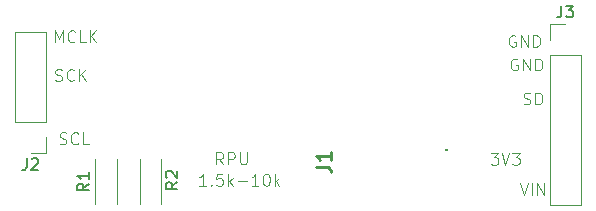
<source format=gbr>
%TF.GenerationSoftware,KiCad,Pcbnew,8.0.4*%
%TF.CreationDate,2024-09-07T22:41:43+02:00*%
%TF.ProjectId,PCB,5043422e-6b69-4636-9164-5f7063625858,rev?*%
%TF.SameCoordinates,Original*%
%TF.FileFunction,Legend,Top*%
%TF.FilePolarity,Positive*%
%FSLAX46Y46*%
G04 Gerber Fmt 4.6, Leading zero omitted, Abs format (unit mm)*
G04 Created by KiCad (PCBNEW 8.0.4) date 2024-09-07 22:41:43*
%MOMM*%
%LPD*%
G01*
G04 APERTURE LIST*
%ADD10C,0.100000*%
%ADD11C,0.150000*%
%ADD12C,0.254000*%
%ADD13C,0.120000*%
%ADD14C,0.200000*%
G04 APERTURE END LIST*
D10*
X160307693Y-90972419D02*
X159736265Y-90972419D01*
X160021979Y-90972419D02*
X160021979Y-89972419D01*
X160021979Y-89972419D02*
X159926741Y-90115276D01*
X159926741Y-90115276D02*
X159831503Y-90210514D01*
X159831503Y-90210514D02*
X159736265Y-90258133D01*
X160736265Y-90877180D02*
X160783884Y-90924800D01*
X160783884Y-90924800D02*
X160736265Y-90972419D01*
X160736265Y-90972419D02*
X160688646Y-90924800D01*
X160688646Y-90924800D02*
X160736265Y-90877180D01*
X160736265Y-90877180D02*
X160736265Y-90972419D01*
X161688645Y-89972419D02*
X161212455Y-89972419D01*
X161212455Y-89972419D02*
X161164836Y-90448609D01*
X161164836Y-90448609D02*
X161212455Y-90400990D01*
X161212455Y-90400990D02*
X161307693Y-90353371D01*
X161307693Y-90353371D02*
X161545788Y-90353371D01*
X161545788Y-90353371D02*
X161641026Y-90400990D01*
X161641026Y-90400990D02*
X161688645Y-90448609D01*
X161688645Y-90448609D02*
X161736264Y-90543847D01*
X161736264Y-90543847D02*
X161736264Y-90781942D01*
X161736264Y-90781942D02*
X161688645Y-90877180D01*
X161688645Y-90877180D02*
X161641026Y-90924800D01*
X161641026Y-90924800D02*
X161545788Y-90972419D01*
X161545788Y-90972419D02*
X161307693Y-90972419D01*
X161307693Y-90972419D02*
X161212455Y-90924800D01*
X161212455Y-90924800D02*
X161164836Y-90877180D01*
X162164836Y-90972419D02*
X162164836Y-89972419D01*
X162260074Y-90591466D02*
X162545788Y-90972419D01*
X162545788Y-90305752D02*
X162164836Y-90686704D01*
X162974360Y-90591466D02*
X163736265Y-90591466D01*
X164736264Y-90972419D02*
X164164836Y-90972419D01*
X164450550Y-90972419D02*
X164450550Y-89972419D01*
X164450550Y-89972419D02*
X164355312Y-90115276D01*
X164355312Y-90115276D02*
X164260074Y-90210514D01*
X164260074Y-90210514D02*
X164164836Y-90258133D01*
X165355312Y-89972419D02*
X165450550Y-89972419D01*
X165450550Y-89972419D02*
X165545788Y-90020038D01*
X165545788Y-90020038D02*
X165593407Y-90067657D01*
X165593407Y-90067657D02*
X165641026Y-90162895D01*
X165641026Y-90162895D02*
X165688645Y-90353371D01*
X165688645Y-90353371D02*
X165688645Y-90591466D01*
X165688645Y-90591466D02*
X165641026Y-90781942D01*
X165641026Y-90781942D02*
X165593407Y-90877180D01*
X165593407Y-90877180D02*
X165545788Y-90924800D01*
X165545788Y-90924800D02*
X165450550Y-90972419D01*
X165450550Y-90972419D02*
X165355312Y-90972419D01*
X165355312Y-90972419D02*
X165260074Y-90924800D01*
X165260074Y-90924800D02*
X165212455Y-90877180D01*
X165212455Y-90877180D02*
X165164836Y-90781942D01*
X165164836Y-90781942D02*
X165117217Y-90591466D01*
X165117217Y-90591466D02*
X165117217Y-90353371D01*
X165117217Y-90353371D02*
X165164836Y-90162895D01*
X165164836Y-90162895D02*
X165212455Y-90067657D01*
X165212455Y-90067657D02*
X165260074Y-90020038D01*
X165260074Y-90020038D02*
X165355312Y-89972419D01*
X166117217Y-90972419D02*
X166117217Y-89972419D01*
X166212455Y-90591466D02*
X166498169Y-90972419D01*
X166498169Y-90305752D02*
X166117217Y-90686704D01*
X161745312Y-89162419D02*
X161411979Y-88686228D01*
X161173884Y-89162419D02*
X161173884Y-88162419D01*
X161173884Y-88162419D02*
X161554836Y-88162419D01*
X161554836Y-88162419D02*
X161650074Y-88210038D01*
X161650074Y-88210038D02*
X161697693Y-88257657D01*
X161697693Y-88257657D02*
X161745312Y-88352895D01*
X161745312Y-88352895D02*
X161745312Y-88495752D01*
X161745312Y-88495752D02*
X161697693Y-88590990D01*
X161697693Y-88590990D02*
X161650074Y-88638609D01*
X161650074Y-88638609D02*
X161554836Y-88686228D01*
X161554836Y-88686228D02*
X161173884Y-88686228D01*
X162173884Y-89162419D02*
X162173884Y-88162419D01*
X162173884Y-88162419D02*
X162554836Y-88162419D01*
X162554836Y-88162419D02*
X162650074Y-88210038D01*
X162650074Y-88210038D02*
X162697693Y-88257657D01*
X162697693Y-88257657D02*
X162745312Y-88352895D01*
X162745312Y-88352895D02*
X162745312Y-88495752D01*
X162745312Y-88495752D02*
X162697693Y-88590990D01*
X162697693Y-88590990D02*
X162650074Y-88638609D01*
X162650074Y-88638609D02*
X162554836Y-88686228D01*
X162554836Y-88686228D02*
X162173884Y-88686228D01*
X163173884Y-88162419D02*
X163173884Y-88971942D01*
X163173884Y-88971942D02*
X163221503Y-89067180D01*
X163221503Y-89067180D02*
X163269122Y-89114800D01*
X163269122Y-89114800D02*
X163364360Y-89162419D01*
X163364360Y-89162419D02*
X163554836Y-89162419D01*
X163554836Y-89162419D02*
X163650074Y-89114800D01*
X163650074Y-89114800D02*
X163697693Y-89067180D01*
X163697693Y-89067180D02*
X163745312Y-88971942D01*
X163745312Y-88971942D02*
X163745312Y-88162419D01*
X147896265Y-87414800D02*
X148039122Y-87462419D01*
X148039122Y-87462419D02*
X148277217Y-87462419D01*
X148277217Y-87462419D02*
X148372455Y-87414800D01*
X148372455Y-87414800D02*
X148420074Y-87367180D01*
X148420074Y-87367180D02*
X148467693Y-87271942D01*
X148467693Y-87271942D02*
X148467693Y-87176704D01*
X148467693Y-87176704D02*
X148420074Y-87081466D01*
X148420074Y-87081466D02*
X148372455Y-87033847D01*
X148372455Y-87033847D02*
X148277217Y-86986228D01*
X148277217Y-86986228D02*
X148086741Y-86938609D01*
X148086741Y-86938609D02*
X147991503Y-86890990D01*
X147991503Y-86890990D02*
X147943884Y-86843371D01*
X147943884Y-86843371D02*
X147896265Y-86748133D01*
X147896265Y-86748133D02*
X147896265Y-86652895D01*
X147896265Y-86652895D02*
X147943884Y-86557657D01*
X147943884Y-86557657D02*
X147991503Y-86510038D01*
X147991503Y-86510038D02*
X148086741Y-86462419D01*
X148086741Y-86462419D02*
X148324836Y-86462419D01*
X148324836Y-86462419D02*
X148467693Y-86510038D01*
X149467693Y-87367180D02*
X149420074Y-87414800D01*
X149420074Y-87414800D02*
X149277217Y-87462419D01*
X149277217Y-87462419D02*
X149181979Y-87462419D01*
X149181979Y-87462419D02*
X149039122Y-87414800D01*
X149039122Y-87414800D02*
X148943884Y-87319561D01*
X148943884Y-87319561D02*
X148896265Y-87224323D01*
X148896265Y-87224323D02*
X148848646Y-87033847D01*
X148848646Y-87033847D02*
X148848646Y-86890990D01*
X148848646Y-86890990D02*
X148896265Y-86700514D01*
X148896265Y-86700514D02*
X148943884Y-86605276D01*
X148943884Y-86605276D02*
X149039122Y-86510038D01*
X149039122Y-86510038D02*
X149181979Y-86462419D01*
X149181979Y-86462419D02*
X149277217Y-86462419D01*
X149277217Y-86462419D02*
X149420074Y-86510038D01*
X149420074Y-86510038D02*
X149467693Y-86557657D01*
X150372455Y-87462419D02*
X149896265Y-87462419D01*
X149896265Y-87462419D02*
X149896265Y-86462419D01*
X147493884Y-78832419D02*
X147493884Y-77832419D01*
X147493884Y-77832419D02*
X147827217Y-78546704D01*
X147827217Y-78546704D02*
X148160550Y-77832419D01*
X148160550Y-77832419D02*
X148160550Y-78832419D01*
X149208169Y-78737180D02*
X149160550Y-78784800D01*
X149160550Y-78784800D02*
X149017693Y-78832419D01*
X149017693Y-78832419D02*
X148922455Y-78832419D01*
X148922455Y-78832419D02*
X148779598Y-78784800D01*
X148779598Y-78784800D02*
X148684360Y-78689561D01*
X148684360Y-78689561D02*
X148636741Y-78594323D01*
X148636741Y-78594323D02*
X148589122Y-78403847D01*
X148589122Y-78403847D02*
X148589122Y-78260990D01*
X148589122Y-78260990D02*
X148636741Y-78070514D01*
X148636741Y-78070514D02*
X148684360Y-77975276D01*
X148684360Y-77975276D02*
X148779598Y-77880038D01*
X148779598Y-77880038D02*
X148922455Y-77832419D01*
X148922455Y-77832419D02*
X149017693Y-77832419D01*
X149017693Y-77832419D02*
X149160550Y-77880038D01*
X149160550Y-77880038D02*
X149208169Y-77927657D01*
X150112931Y-78832419D02*
X149636741Y-78832419D01*
X149636741Y-78832419D02*
X149636741Y-77832419D01*
X150446265Y-78832419D02*
X150446265Y-77832419D01*
X151017693Y-78832419D02*
X150589122Y-78260990D01*
X151017693Y-77832419D02*
X150446265Y-78403847D01*
X147546265Y-82064800D02*
X147689122Y-82112419D01*
X147689122Y-82112419D02*
X147927217Y-82112419D01*
X147927217Y-82112419D02*
X148022455Y-82064800D01*
X148022455Y-82064800D02*
X148070074Y-82017180D01*
X148070074Y-82017180D02*
X148117693Y-81921942D01*
X148117693Y-81921942D02*
X148117693Y-81826704D01*
X148117693Y-81826704D02*
X148070074Y-81731466D01*
X148070074Y-81731466D02*
X148022455Y-81683847D01*
X148022455Y-81683847D02*
X147927217Y-81636228D01*
X147927217Y-81636228D02*
X147736741Y-81588609D01*
X147736741Y-81588609D02*
X147641503Y-81540990D01*
X147641503Y-81540990D02*
X147593884Y-81493371D01*
X147593884Y-81493371D02*
X147546265Y-81398133D01*
X147546265Y-81398133D02*
X147546265Y-81302895D01*
X147546265Y-81302895D02*
X147593884Y-81207657D01*
X147593884Y-81207657D02*
X147641503Y-81160038D01*
X147641503Y-81160038D02*
X147736741Y-81112419D01*
X147736741Y-81112419D02*
X147974836Y-81112419D01*
X147974836Y-81112419D02*
X148117693Y-81160038D01*
X149117693Y-82017180D02*
X149070074Y-82064800D01*
X149070074Y-82064800D02*
X148927217Y-82112419D01*
X148927217Y-82112419D02*
X148831979Y-82112419D01*
X148831979Y-82112419D02*
X148689122Y-82064800D01*
X148689122Y-82064800D02*
X148593884Y-81969561D01*
X148593884Y-81969561D02*
X148546265Y-81874323D01*
X148546265Y-81874323D02*
X148498646Y-81683847D01*
X148498646Y-81683847D02*
X148498646Y-81540990D01*
X148498646Y-81540990D02*
X148546265Y-81350514D01*
X148546265Y-81350514D02*
X148593884Y-81255276D01*
X148593884Y-81255276D02*
X148689122Y-81160038D01*
X148689122Y-81160038D02*
X148831979Y-81112419D01*
X148831979Y-81112419D02*
X148927217Y-81112419D01*
X148927217Y-81112419D02*
X149070074Y-81160038D01*
X149070074Y-81160038D02*
X149117693Y-81207657D01*
X149546265Y-82112419D02*
X149546265Y-81112419D01*
X150117693Y-82112419D02*
X149689122Y-81540990D01*
X150117693Y-81112419D02*
X149546265Y-81683847D01*
X186881027Y-90762419D02*
X187214360Y-91762419D01*
X187214360Y-91762419D02*
X187547693Y-90762419D01*
X187881027Y-91762419D02*
X187881027Y-90762419D01*
X188357217Y-91762419D02*
X188357217Y-90762419D01*
X188357217Y-90762419D02*
X188928645Y-91762419D01*
X188928645Y-91762419D02*
X188928645Y-90762419D01*
X184418646Y-88192419D02*
X185037693Y-88192419D01*
X185037693Y-88192419D02*
X184704360Y-88573371D01*
X184704360Y-88573371D02*
X184847217Y-88573371D01*
X184847217Y-88573371D02*
X184942455Y-88620990D01*
X184942455Y-88620990D02*
X184990074Y-88668609D01*
X184990074Y-88668609D02*
X185037693Y-88763847D01*
X185037693Y-88763847D02*
X185037693Y-89001942D01*
X185037693Y-89001942D02*
X184990074Y-89097180D01*
X184990074Y-89097180D02*
X184942455Y-89144800D01*
X184942455Y-89144800D02*
X184847217Y-89192419D01*
X184847217Y-89192419D02*
X184561503Y-89192419D01*
X184561503Y-89192419D02*
X184466265Y-89144800D01*
X184466265Y-89144800D02*
X184418646Y-89097180D01*
X185323408Y-88192419D02*
X185656741Y-89192419D01*
X185656741Y-89192419D02*
X185990074Y-88192419D01*
X186228170Y-88192419D02*
X186847217Y-88192419D01*
X186847217Y-88192419D02*
X186513884Y-88573371D01*
X186513884Y-88573371D02*
X186656741Y-88573371D01*
X186656741Y-88573371D02*
X186751979Y-88620990D01*
X186751979Y-88620990D02*
X186799598Y-88668609D01*
X186799598Y-88668609D02*
X186847217Y-88763847D01*
X186847217Y-88763847D02*
X186847217Y-89001942D01*
X186847217Y-89001942D02*
X186799598Y-89097180D01*
X186799598Y-89097180D02*
X186751979Y-89144800D01*
X186751979Y-89144800D02*
X186656741Y-89192419D01*
X186656741Y-89192419D02*
X186371027Y-89192419D01*
X186371027Y-89192419D02*
X186275789Y-89144800D01*
X186275789Y-89144800D02*
X186228170Y-89097180D01*
X187186265Y-84044800D02*
X187329122Y-84092419D01*
X187329122Y-84092419D02*
X187567217Y-84092419D01*
X187567217Y-84092419D02*
X187662455Y-84044800D01*
X187662455Y-84044800D02*
X187710074Y-83997180D01*
X187710074Y-83997180D02*
X187757693Y-83901942D01*
X187757693Y-83901942D02*
X187757693Y-83806704D01*
X187757693Y-83806704D02*
X187710074Y-83711466D01*
X187710074Y-83711466D02*
X187662455Y-83663847D01*
X187662455Y-83663847D02*
X187567217Y-83616228D01*
X187567217Y-83616228D02*
X187376741Y-83568609D01*
X187376741Y-83568609D02*
X187281503Y-83520990D01*
X187281503Y-83520990D02*
X187233884Y-83473371D01*
X187233884Y-83473371D02*
X187186265Y-83378133D01*
X187186265Y-83378133D02*
X187186265Y-83282895D01*
X187186265Y-83282895D02*
X187233884Y-83187657D01*
X187233884Y-83187657D02*
X187281503Y-83140038D01*
X187281503Y-83140038D02*
X187376741Y-83092419D01*
X187376741Y-83092419D02*
X187614836Y-83092419D01*
X187614836Y-83092419D02*
X187757693Y-83140038D01*
X188186265Y-84092419D02*
X188186265Y-83092419D01*
X188186265Y-83092419D02*
X188424360Y-83092419D01*
X188424360Y-83092419D02*
X188567217Y-83140038D01*
X188567217Y-83140038D02*
X188662455Y-83235276D01*
X188662455Y-83235276D02*
X188710074Y-83330514D01*
X188710074Y-83330514D02*
X188757693Y-83520990D01*
X188757693Y-83520990D02*
X188757693Y-83663847D01*
X188757693Y-83663847D02*
X188710074Y-83854323D01*
X188710074Y-83854323D02*
X188662455Y-83949561D01*
X188662455Y-83949561D02*
X188567217Y-84044800D01*
X188567217Y-84044800D02*
X188424360Y-84092419D01*
X188424360Y-84092419D02*
X188186265Y-84092419D01*
X186667693Y-80260038D02*
X186572455Y-80212419D01*
X186572455Y-80212419D02*
X186429598Y-80212419D01*
X186429598Y-80212419D02*
X186286741Y-80260038D01*
X186286741Y-80260038D02*
X186191503Y-80355276D01*
X186191503Y-80355276D02*
X186143884Y-80450514D01*
X186143884Y-80450514D02*
X186096265Y-80640990D01*
X186096265Y-80640990D02*
X186096265Y-80783847D01*
X186096265Y-80783847D02*
X186143884Y-80974323D01*
X186143884Y-80974323D02*
X186191503Y-81069561D01*
X186191503Y-81069561D02*
X186286741Y-81164800D01*
X186286741Y-81164800D02*
X186429598Y-81212419D01*
X186429598Y-81212419D02*
X186524836Y-81212419D01*
X186524836Y-81212419D02*
X186667693Y-81164800D01*
X186667693Y-81164800D02*
X186715312Y-81117180D01*
X186715312Y-81117180D02*
X186715312Y-80783847D01*
X186715312Y-80783847D02*
X186524836Y-80783847D01*
X187143884Y-81212419D02*
X187143884Y-80212419D01*
X187143884Y-80212419D02*
X187715312Y-81212419D01*
X187715312Y-81212419D02*
X187715312Y-80212419D01*
X188191503Y-81212419D02*
X188191503Y-80212419D01*
X188191503Y-80212419D02*
X188429598Y-80212419D01*
X188429598Y-80212419D02*
X188572455Y-80260038D01*
X188572455Y-80260038D02*
X188667693Y-80355276D01*
X188667693Y-80355276D02*
X188715312Y-80450514D01*
X188715312Y-80450514D02*
X188762931Y-80640990D01*
X188762931Y-80640990D02*
X188762931Y-80783847D01*
X188762931Y-80783847D02*
X188715312Y-80974323D01*
X188715312Y-80974323D02*
X188667693Y-81069561D01*
X188667693Y-81069561D02*
X188572455Y-81164800D01*
X188572455Y-81164800D02*
X188429598Y-81212419D01*
X188429598Y-81212419D02*
X188191503Y-81212419D01*
X186497693Y-78270038D02*
X186402455Y-78222419D01*
X186402455Y-78222419D02*
X186259598Y-78222419D01*
X186259598Y-78222419D02*
X186116741Y-78270038D01*
X186116741Y-78270038D02*
X186021503Y-78365276D01*
X186021503Y-78365276D02*
X185973884Y-78460514D01*
X185973884Y-78460514D02*
X185926265Y-78650990D01*
X185926265Y-78650990D02*
X185926265Y-78793847D01*
X185926265Y-78793847D02*
X185973884Y-78984323D01*
X185973884Y-78984323D02*
X186021503Y-79079561D01*
X186021503Y-79079561D02*
X186116741Y-79174800D01*
X186116741Y-79174800D02*
X186259598Y-79222419D01*
X186259598Y-79222419D02*
X186354836Y-79222419D01*
X186354836Y-79222419D02*
X186497693Y-79174800D01*
X186497693Y-79174800D02*
X186545312Y-79127180D01*
X186545312Y-79127180D02*
X186545312Y-78793847D01*
X186545312Y-78793847D02*
X186354836Y-78793847D01*
X186973884Y-79222419D02*
X186973884Y-78222419D01*
X186973884Y-78222419D02*
X187545312Y-79222419D01*
X187545312Y-79222419D02*
X187545312Y-78222419D01*
X188021503Y-79222419D02*
X188021503Y-78222419D01*
X188021503Y-78222419D02*
X188259598Y-78222419D01*
X188259598Y-78222419D02*
X188402455Y-78270038D01*
X188402455Y-78270038D02*
X188497693Y-78365276D01*
X188497693Y-78365276D02*
X188545312Y-78460514D01*
X188545312Y-78460514D02*
X188592931Y-78650990D01*
X188592931Y-78650990D02*
X188592931Y-78793847D01*
X188592931Y-78793847D02*
X188545312Y-78984323D01*
X188545312Y-78984323D02*
X188497693Y-79079561D01*
X188497693Y-79079561D02*
X188402455Y-79174800D01*
X188402455Y-79174800D02*
X188259598Y-79222419D01*
X188259598Y-79222419D02*
X188021503Y-79222419D01*
D11*
X157874819Y-90666666D02*
X157398628Y-90999999D01*
X157874819Y-91238094D02*
X156874819Y-91238094D01*
X156874819Y-91238094D02*
X156874819Y-90857142D01*
X156874819Y-90857142D02*
X156922438Y-90761904D01*
X156922438Y-90761904D02*
X156970057Y-90714285D01*
X156970057Y-90714285D02*
X157065295Y-90666666D01*
X157065295Y-90666666D02*
X157208152Y-90666666D01*
X157208152Y-90666666D02*
X157303390Y-90714285D01*
X157303390Y-90714285D02*
X157351009Y-90761904D01*
X157351009Y-90761904D02*
X157398628Y-90857142D01*
X157398628Y-90857142D02*
X157398628Y-91238094D01*
X156970057Y-90285713D02*
X156922438Y-90238094D01*
X156922438Y-90238094D02*
X156874819Y-90142856D01*
X156874819Y-90142856D02*
X156874819Y-89904761D01*
X156874819Y-89904761D02*
X156922438Y-89809523D01*
X156922438Y-89809523D02*
X156970057Y-89761904D01*
X156970057Y-89761904D02*
X157065295Y-89714285D01*
X157065295Y-89714285D02*
X157160533Y-89714285D01*
X157160533Y-89714285D02*
X157303390Y-89761904D01*
X157303390Y-89761904D02*
X157874819Y-90333332D01*
X157874819Y-90333332D02*
X157874819Y-89714285D01*
X150394819Y-90796666D02*
X149918628Y-91129999D01*
X150394819Y-91368094D02*
X149394819Y-91368094D01*
X149394819Y-91368094D02*
X149394819Y-90987142D01*
X149394819Y-90987142D02*
X149442438Y-90891904D01*
X149442438Y-90891904D02*
X149490057Y-90844285D01*
X149490057Y-90844285D02*
X149585295Y-90796666D01*
X149585295Y-90796666D02*
X149728152Y-90796666D01*
X149728152Y-90796666D02*
X149823390Y-90844285D01*
X149823390Y-90844285D02*
X149871009Y-90891904D01*
X149871009Y-90891904D02*
X149918628Y-90987142D01*
X149918628Y-90987142D02*
X149918628Y-91368094D01*
X150394819Y-89844285D02*
X150394819Y-90415713D01*
X150394819Y-90129999D02*
X149394819Y-90129999D01*
X149394819Y-90129999D02*
X149537676Y-90225237D01*
X149537676Y-90225237D02*
X149632914Y-90320475D01*
X149632914Y-90320475D02*
X149680533Y-90415713D01*
X190396666Y-75724819D02*
X190396666Y-76439104D01*
X190396666Y-76439104D02*
X190349047Y-76581961D01*
X190349047Y-76581961D02*
X190253809Y-76677200D01*
X190253809Y-76677200D02*
X190110952Y-76724819D01*
X190110952Y-76724819D02*
X190015714Y-76724819D01*
X190777619Y-75724819D02*
X191396666Y-75724819D01*
X191396666Y-75724819D02*
X191063333Y-76105771D01*
X191063333Y-76105771D02*
X191206190Y-76105771D01*
X191206190Y-76105771D02*
X191301428Y-76153390D01*
X191301428Y-76153390D02*
X191349047Y-76201009D01*
X191349047Y-76201009D02*
X191396666Y-76296247D01*
X191396666Y-76296247D02*
X191396666Y-76534342D01*
X191396666Y-76534342D02*
X191349047Y-76629580D01*
X191349047Y-76629580D02*
X191301428Y-76677200D01*
X191301428Y-76677200D02*
X191206190Y-76724819D01*
X191206190Y-76724819D02*
X190920476Y-76724819D01*
X190920476Y-76724819D02*
X190825238Y-76677200D01*
X190825238Y-76677200D02*
X190777619Y-76629580D01*
X145116666Y-88654819D02*
X145116666Y-89369104D01*
X145116666Y-89369104D02*
X145069047Y-89511961D01*
X145069047Y-89511961D02*
X144973809Y-89607200D01*
X144973809Y-89607200D02*
X144830952Y-89654819D01*
X144830952Y-89654819D02*
X144735714Y-89654819D01*
X145545238Y-88750057D02*
X145592857Y-88702438D01*
X145592857Y-88702438D02*
X145688095Y-88654819D01*
X145688095Y-88654819D02*
X145926190Y-88654819D01*
X145926190Y-88654819D02*
X146021428Y-88702438D01*
X146021428Y-88702438D02*
X146069047Y-88750057D01*
X146069047Y-88750057D02*
X146116666Y-88845295D01*
X146116666Y-88845295D02*
X146116666Y-88940533D01*
X146116666Y-88940533D02*
X146069047Y-89083390D01*
X146069047Y-89083390D02*
X145497619Y-89654819D01*
X145497619Y-89654819D02*
X146116666Y-89654819D01*
D12*
X169574318Y-89363332D02*
X170481461Y-89363332D01*
X170481461Y-89363332D02*
X170662889Y-89423809D01*
X170662889Y-89423809D02*
X170783842Y-89544761D01*
X170783842Y-89544761D02*
X170844318Y-89726190D01*
X170844318Y-89726190D02*
X170844318Y-89847142D01*
X170844318Y-88093332D02*
X170844318Y-88819047D01*
X170844318Y-88456190D02*
X169574318Y-88456190D01*
X169574318Y-88456190D02*
X169755746Y-88577142D01*
X169755746Y-88577142D02*
X169876699Y-88698094D01*
X169876699Y-88698094D02*
X169937175Y-88819047D01*
D13*
%TO.C,R2*%
X154690000Y-92520000D02*
X154690000Y-88680000D01*
X156530000Y-92520000D02*
X156530000Y-88680000D01*
%TO.C,R1*%
X152780000Y-92550000D02*
X152780000Y-88710000D01*
X150940000Y-92550000D02*
X150940000Y-88710000D01*
%TO.C,J3*%
X189400000Y-77270000D02*
X190730000Y-77270000D01*
X189400000Y-78600000D02*
X189400000Y-77270000D01*
X189400000Y-79870000D02*
X189400000Y-92630000D01*
X189400000Y-79870000D02*
X192060000Y-79870000D01*
X189400000Y-92630000D02*
X192060000Y-92630000D01*
X192060000Y-79870000D02*
X192060000Y-92630000D01*
%TO.C,J2*%
X146780000Y-88200000D02*
X145450000Y-88200000D01*
X146780000Y-86870000D02*
X146780000Y-88200000D01*
X146780000Y-85600000D02*
X146780000Y-77920000D01*
X146780000Y-85600000D02*
X144120000Y-85600000D01*
X146780000Y-77920000D02*
X144120000Y-77920000D01*
X144120000Y-85600000D02*
X144120000Y-77920000D01*
D14*
%TO.C,J1*%
X180720000Y-87930000D02*
X180720000Y-87930000D01*
X180620000Y-87930000D02*
X180620000Y-87930000D01*
X180720000Y-87930000D02*
X180620000Y-87930000D01*
X180620000Y-87930000D02*
G75*
G02*
X180720000Y-87930000I50000J0D01*
G01*
X180720000Y-87930000D02*
G75*
G02*
X180620000Y-87930000I-50000J0D01*
G01*
%TD*%
M02*

</source>
